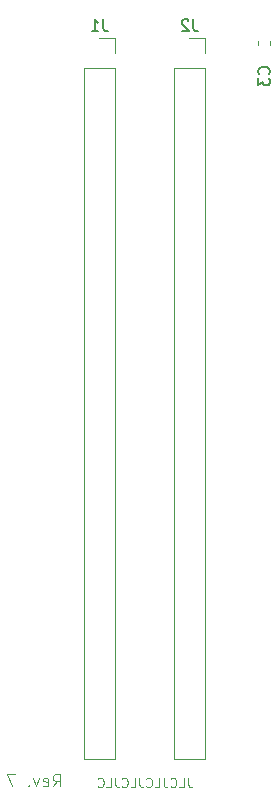
<source format=gbr>
G04 #@! TF.GenerationSoftware,KiCad,Pcbnew,8.0.4+dfsg-1*
G04 #@! TF.CreationDate,2025-02-23T11:47:12+09:00*
G04 #@! TF.ProjectId,bionic-cdp1802,62696f6e-6963-42d6-9364-70313830322e,7*
G04 #@! TF.SameCoordinates,Original*
G04 #@! TF.FileFunction,Legend,Bot*
G04 #@! TF.FilePolarity,Positive*
%FSLAX46Y46*%
G04 Gerber Fmt 4.6, Leading zero omitted, Abs format (unit mm)*
G04 Created by KiCad (PCBNEW 8.0.4+dfsg-1) date 2025-02-23 11:47:12*
%MOMM*%
%LPD*%
G01*
G04 APERTURE LIST*
%ADD10C,0.125000*%
%ADD11C,0.100000*%
%ADD12C,0.150000*%
%ADD13C,0.120000*%
G04 APERTURE END LIST*
D10*
X105950240Y-137131119D02*
X106283573Y-136654928D01*
X106521668Y-137131119D02*
X106521668Y-136131119D01*
X106521668Y-136131119D02*
X106140716Y-136131119D01*
X106140716Y-136131119D02*
X106045478Y-136178738D01*
X106045478Y-136178738D02*
X105997859Y-136226357D01*
X105997859Y-136226357D02*
X105950240Y-136321595D01*
X105950240Y-136321595D02*
X105950240Y-136464452D01*
X105950240Y-136464452D02*
X105997859Y-136559690D01*
X105997859Y-136559690D02*
X106045478Y-136607309D01*
X106045478Y-136607309D02*
X106140716Y-136654928D01*
X106140716Y-136654928D02*
X106521668Y-136654928D01*
X105140716Y-137083500D02*
X105235954Y-137131119D01*
X105235954Y-137131119D02*
X105426430Y-137131119D01*
X105426430Y-137131119D02*
X105521668Y-137083500D01*
X105521668Y-137083500D02*
X105569287Y-136988261D01*
X105569287Y-136988261D02*
X105569287Y-136607309D01*
X105569287Y-136607309D02*
X105521668Y-136512071D01*
X105521668Y-136512071D02*
X105426430Y-136464452D01*
X105426430Y-136464452D02*
X105235954Y-136464452D01*
X105235954Y-136464452D02*
X105140716Y-136512071D01*
X105140716Y-136512071D02*
X105093097Y-136607309D01*
X105093097Y-136607309D02*
X105093097Y-136702547D01*
X105093097Y-136702547D02*
X105569287Y-136797785D01*
X104759763Y-136464452D02*
X104521668Y-137131119D01*
X104521668Y-137131119D02*
X104283573Y-136464452D01*
X103902620Y-137035880D02*
X103855001Y-137083500D01*
X103855001Y-137083500D02*
X103902620Y-137131119D01*
X103902620Y-137131119D02*
X103950239Y-137083500D01*
X103950239Y-137083500D02*
X103902620Y-137035880D01*
X103902620Y-137035880D02*
X103902620Y-137131119D01*
X102759763Y-136131119D02*
X102093097Y-136131119D01*
X102093097Y-136131119D02*
X102521668Y-137131119D01*
D11*
X117395238Y-136406895D02*
X117395238Y-136978323D01*
X117395238Y-136978323D02*
X117433333Y-137092609D01*
X117433333Y-137092609D02*
X117509524Y-137168800D01*
X117509524Y-137168800D02*
X117623809Y-137206895D01*
X117623809Y-137206895D02*
X117700000Y-137206895D01*
X116633333Y-137206895D02*
X117014285Y-137206895D01*
X117014285Y-137206895D02*
X117014285Y-136406895D01*
X115909523Y-137130704D02*
X115947619Y-137168800D01*
X115947619Y-137168800D02*
X116061904Y-137206895D01*
X116061904Y-137206895D02*
X116138095Y-137206895D01*
X116138095Y-137206895D02*
X116252381Y-137168800D01*
X116252381Y-137168800D02*
X116328571Y-137092609D01*
X116328571Y-137092609D02*
X116366666Y-137016419D01*
X116366666Y-137016419D02*
X116404762Y-136864038D01*
X116404762Y-136864038D02*
X116404762Y-136749752D01*
X116404762Y-136749752D02*
X116366666Y-136597371D01*
X116366666Y-136597371D02*
X116328571Y-136521180D01*
X116328571Y-136521180D02*
X116252381Y-136444990D01*
X116252381Y-136444990D02*
X116138095Y-136406895D01*
X116138095Y-136406895D02*
X116061904Y-136406895D01*
X116061904Y-136406895D02*
X115947619Y-136444990D01*
X115947619Y-136444990D02*
X115909523Y-136483085D01*
X115338095Y-136406895D02*
X115338095Y-136978323D01*
X115338095Y-136978323D02*
X115376190Y-137092609D01*
X115376190Y-137092609D02*
X115452381Y-137168800D01*
X115452381Y-137168800D02*
X115566666Y-137206895D01*
X115566666Y-137206895D02*
X115642857Y-137206895D01*
X114576190Y-137206895D02*
X114957142Y-137206895D01*
X114957142Y-137206895D02*
X114957142Y-136406895D01*
X113852380Y-137130704D02*
X113890476Y-137168800D01*
X113890476Y-137168800D02*
X114004761Y-137206895D01*
X114004761Y-137206895D02*
X114080952Y-137206895D01*
X114080952Y-137206895D02*
X114195238Y-137168800D01*
X114195238Y-137168800D02*
X114271428Y-137092609D01*
X114271428Y-137092609D02*
X114309523Y-137016419D01*
X114309523Y-137016419D02*
X114347619Y-136864038D01*
X114347619Y-136864038D02*
X114347619Y-136749752D01*
X114347619Y-136749752D02*
X114309523Y-136597371D01*
X114309523Y-136597371D02*
X114271428Y-136521180D01*
X114271428Y-136521180D02*
X114195238Y-136444990D01*
X114195238Y-136444990D02*
X114080952Y-136406895D01*
X114080952Y-136406895D02*
X114004761Y-136406895D01*
X114004761Y-136406895D02*
X113890476Y-136444990D01*
X113890476Y-136444990D02*
X113852380Y-136483085D01*
X113280952Y-136406895D02*
X113280952Y-136978323D01*
X113280952Y-136978323D02*
X113319047Y-137092609D01*
X113319047Y-137092609D02*
X113395238Y-137168800D01*
X113395238Y-137168800D02*
X113509523Y-137206895D01*
X113509523Y-137206895D02*
X113585714Y-137206895D01*
X112519047Y-137206895D02*
X112899999Y-137206895D01*
X112899999Y-137206895D02*
X112899999Y-136406895D01*
X111795237Y-137130704D02*
X111833333Y-137168800D01*
X111833333Y-137168800D02*
X111947618Y-137206895D01*
X111947618Y-137206895D02*
X112023809Y-137206895D01*
X112023809Y-137206895D02*
X112138095Y-137168800D01*
X112138095Y-137168800D02*
X112214285Y-137092609D01*
X112214285Y-137092609D02*
X112252380Y-137016419D01*
X112252380Y-137016419D02*
X112290476Y-136864038D01*
X112290476Y-136864038D02*
X112290476Y-136749752D01*
X112290476Y-136749752D02*
X112252380Y-136597371D01*
X112252380Y-136597371D02*
X112214285Y-136521180D01*
X112214285Y-136521180D02*
X112138095Y-136444990D01*
X112138095Y-136444990D02*
X112023809Y-136406895D01*
X112023809Y-136406895D02*
X111947618Y-136406895D01*
X111947618Y-136406895D02*
X111833333Y-136444990D01*
X111833333Y-136444990D02*
X111795237Y-136483085D01*
X111223809Y-136406895D02*
X111223809Y-136978323D01*
X111223809Y-136978323D02*
X111261904Y-137092609D01*
X111261904Y-137092609D02*
X111338095Y-137168800D01*
X111338095Y-137168800D02*
X111452380Y-137206895D01*
X111452380Y-137206895D02*
X111528571Y-137206895D01*
X110461904Y-137206895D02*
X110842856Y-137206895D01*
X110842856Y-137206895D02*
X110842856Y-136406895D01*
X109738094Y-137130704D02*
X109776190Y-137168800D01*
X109776190Y-137168800D02*
X109890475Y-137206895D01*
X109890475Y-137206895D02*
X109966666Y-137206895D01*
X109966666Y-137206895D02*
X110080952Y-137168800D01*
X110080952Y-137168800D02*
X110157142Y-137092609D01*
X110157142Y-137092609D02*
X110195237Y-137016419D01*
X110195237Y-137016419D02*
X110233333Y-136864038D01*
X110233333Y-136864038D02*
X110233333Y-136749752D01*
X110233333Y-136749752D02*
X110195237Y-136597371D01*
X110195237Y-136597371D02*
X110157142Y-136521180D01*
X110157142Y-136521180D02*
X110080952Y-136444990D01*
X110080952Y-136444990D02*
X109966666Y-136406895D01*
X109966666Y-136406895D02*
X109890475Y-136406895D01*
X109890475Y-136406895D02*
X109776190Y-136444990D01*
X109776190Y-136444990D02*
X109738094Y-136483085D01*
D12*
X117843333Y-72204819D02*
X117843333Y-72919104D01*
X117843333Y-72919104D02*
X117890952Y-73061961D01*
X117890952Y-73061961D02*
X117986190Y-73157200D01*
X117986190Y-73157200D02*
X118129047Y-73204819D01*
X118129047Y-73204819D02*
X118224285Y-73204819D01*
X117414761Y-72300057D02*
X117367142Y-72252438D01*
X117367142Y-72252438D02*
X117271904Y-72204819D01*
X117271904Y-72204819D02*
X117033809Y-72204819D01*
X117033809Y-72204819D02*
X116938571Y-72252438D01*
X116938571Y-72252438D02*
X116890952Y-72300057D01*
X116890952Y-72300057D02*
X116843333Y-72395295D01*
X116843333Y-72395295D02*
X116843333Y-72490533D01*
X116843333Y-72490533D02*
X116890952Y-72633390D01*
X116890952Y-72633390D02*
X117462380Y-73204819D01*
X117462380Y-73204819D02*
X116843333Y-73204819D01*
X110223333Y-72204819D02*
X110223333Y-72919104D01*
X110223333Y-72919104D02*
X110270952Y-73061961D01*
X110270952Y-73061961D02*
X110366190Y-73157200D01*
X110366190Y-73157200D02*
X110509047Y-73204819D01*
X110509047Y-73204819D02*
X110604285Y-73204819D01*
X109223333Y-73204819D02*
X109794761Y-73204819D01*
X109509047Y-73204819D02*
X109509047Y-72204819D01*
X109509047Y-72204819D02*
X109604285Y-72347676D01*
X109604285Y-72347676D02*
X109699523Y-72442914D01*
X109699523Y-72442914D02*
X109794761Y-72490533D01*
X124219580Y-76843733D02*
X124267200Y-76796114D01*
X124267200Y-76796114D02*
X124314819Y-76653257D01*
X124314819Y-76653257D02*
X124314819Y-76558019D01*
X124314819Y-76558019D02*
X124267200Y-76415162D01*
X124267200Y-76415162D02*
X124171961Y-76319924D01*
X124171961Y-76319924D02*
X124076723Y-76272305D01*
X124076723Y-76272305D02*
X123886247Y-76224686D01*
X123886247Y-76224686D02*
X123743390Y-76224686D01*
X123743390Y-76224686D02*
X123552914Y-76272305D01*
X123552914Y-76272305D02*
X123457676Y-76319924D01*
X123457676Y-76319924D02*
X123362438Y-76415162D01*
X123362438Y-76415162D02*
X123314819Y-76558019D01*
X123314819Y-76558019D02*
X123314819Y-76653257D01*
X123314819Y-76653257D02*
X123362438Y-76796114D01*
X123362438Y-76796114D02*
X123410057Y-76843733D01*
X123314819Y-77177067D02*
X123314819Y-77796114D01*
X123314819Y-77796114D02*
X123695771Y-77462781D01*
X123695771Y-77462781D02*
X123695771Y-77605638D01*
X123695771Y-77605638D02*
X123743390Y-77700876D01*
X123743390Y-77700876D02*
X123791009Y-77748495D01*
X123791009Y-77748495D02*
X123886247Y-77796114D01*
X123886247Y-77796114D02*
X124124342Y-77796114D01*
X124124342Y-77796114D02*
X124219580Y-77748495D01*
X124219580Y-77748495D02*
X124267200Y-77700876D01*
X124267200Y-77700876D02*
X124314819Y-77605638D01*
X124314819Y-77605638D02*
X124314819Y-77319924D01*
X124314819Y-77319924D02*
X124267200Y-77224686D01*
X124267200Y-77224686D02*
X124219580Y-77177067D01*
D13*
X117510000Y-73750000D02*
X118840000Y-73750000D01*
X118840000Y-73750000D02*
X118840000Y-75080000D01*
X118840000Y-134830000D02*
X118840000Y-76350000D01*
X116180000Y-76350000D02*
X118840000Y-76350000D01*
X116180000Y-134830000D02*
X118840000Y-134830000D01*
X116180000Y-134830000D02*
X116180000Y-76350000D01*
X109890000Y-73750000D02*
X111220000Y-73750000D01*
X111220000Y-73750000D02*
X111220000Y-75080000D01*
X111220000Y-134830000D02*
X111220000Y-76350000D01*
X108560000Y-76350000D02*
X111220000Y-76350000D01*
X108560000Y-134830000D02*
X111220000Y-134830000D01*
X108560000Y-134830000D02*
X108560000Y-76350000D01*
X123350000Y-74070133D02*
X123350000Y-74362667D01*
X124370000Y-74070133D02*
X124370000Y-74362667D01*
M02*

</source>
